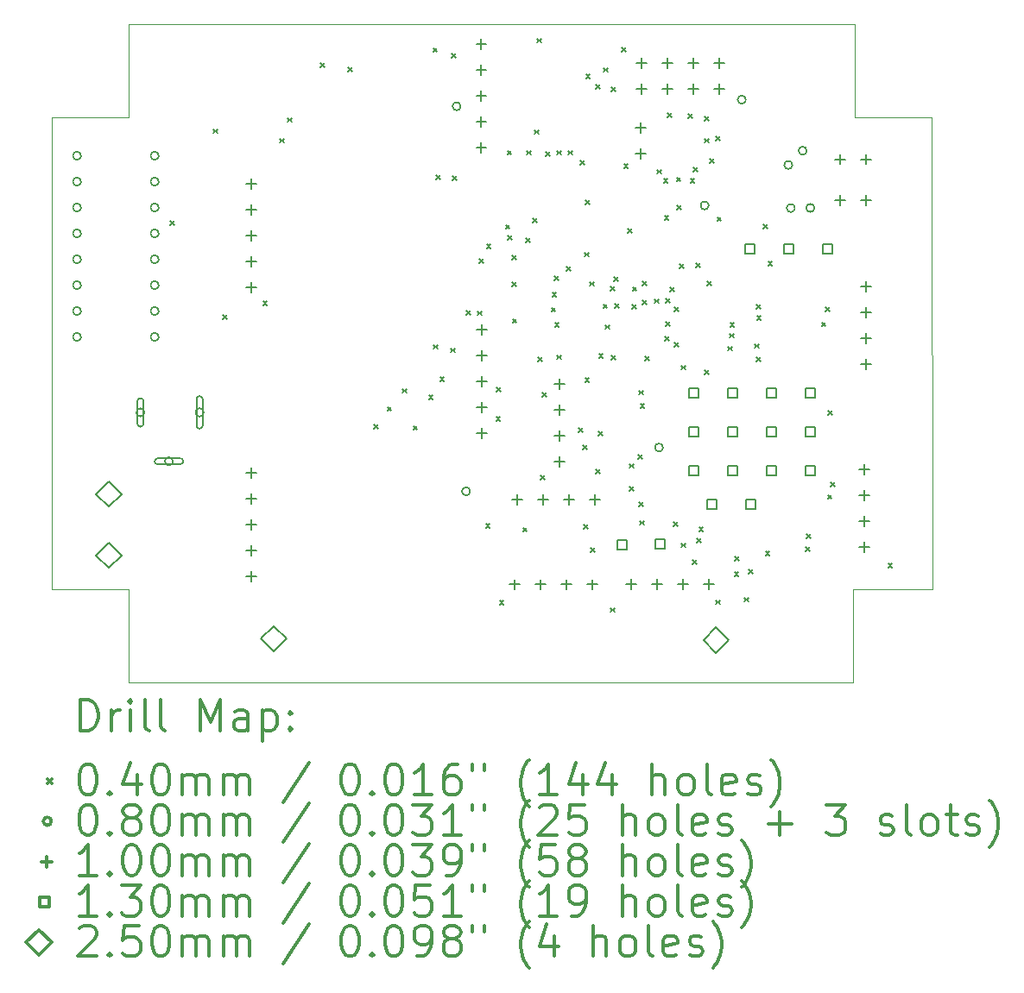
<source format=gbr>
%FSLAX45Y45*%
G04 Gerber Fmt 4.5, Leading zero omitted, Abs format (unit mm)*
G04 Created by KiCad (PCBNEW (5.1.6-0-10_14)) date 2022-07-24 21:16:39*
%MOMM*%
%LPD*%
G01*
G04 APERTURE LIST*
%TA.AperFunction,Profile*%
%ADD10C,0.100000*%
%TD*%
%ADD11C,0.200000*%
%ADD12C,0.300000*%
G04 APERTURE END LIST*
D10*
X12938570Y-13554000D02*
X12940000Y-12640000D01*
X12185000Y-12639922D02*
X12940000Y-12640000D01*
X20038310Y-12639000D02*
X20038310Y-13554000D01*
X20038310Y-12639000D02*
X20816300Y-12639000D01*
X12936540Y-8008620D02*
X12940000Y-7094000D01*
X20055520Y-7093780D02*
X20060000Y-8010000D01*
X20060000Y-8010000D02*
X20813510Y-8008078D01*
X12185000Y-8009000D02*
X12936540Y-8008620D01*
X12185000Y-12639922D02*
X12185000Y-8009000D01*
X20038310Y-13554000D02*
X12938570Y-13554000D01*
X12940000Y-7094000D02*
X20055520Y-7093780D01*
X20813510Y-8008078D02*
X20816300Y-12639000D01*
D11*
X13342150Y-9021450D02*
X13382150Y-9061450D01*
X13382150Y-9021450D02*
X13342150Y-9061450D01*
X13770100Y-8122500D02*
X13810100Y-8162500D01*
X13810100Y-8122500D02*
X13770100Y-8162500D01*
X13861000Y-9944000D02*
X13901000Y-9984000D01*
X13901000Y-9944000D02*
X13861000Y-9984000D01*
X14256000Y-9809000D02*
X14296000Y-9849000D01*
X14296000Y-9809000D02*
X14256000Y-9849000D01*
X14421000Y-8214000D02*
X14461000Y-8254000D01*
X14461000Y-8214000D02*
X14421000Y-8254000D01*
X14493500Y-8011100D02*
X14533500Y-8051100D01*
X14533500Y-8011100D02*
X14493500Y-8051100D01*
X14819600Y-7475900D02*
X14859600Y-7515900D01*
X14859600Y-7475900D02*
X14819600Y-7515900D01*
X15090800Y-7519500D02*
X15130800Y-7559500D01*
X15130800Y-7519500D02*
X15090800Y-7559500D01*
X15342400Y-11024400D02*
X15382400Y-11064400D01*
X15382400Y-11024400D02*
X15342400Y-11064400D01*
X15473200Y-10849200D02*
X15513200Y-10889200D01*
X15513200Y-10849200D02*
X15473200Y-10889200D01*
X15624100Y-10669500D02*
X15664100Y-10709500D01*
X15664100Y-10669500D02*
X15624100Y-10709500D01*
X15727800Y-11033700D02*
X15767800Y-11073700D01*
X15767800Y-11033700D02*
X15727800Y-11073700D01*
X15881000Y-10732400D02*
X15921000Y-10772400D01*
X15921000Y-10732400D02*
X15881000Y-10772400D01*
X15922350Y-7325350D02*
X15962350Y-7365350D01*
X15962350Y-7325350D02*
X15922350Y-7365350D01*
X15927000Y-10239400D02*
X15967000Y-10279400D01*
X15967000Y-10239400D02*
X15927000Y-10279400D01*
X15950400Y-8576400D02*
X15990400Y-8616400D01*
X15990400Y-8576400D02*
X15950400Y-8616400D01*
X15991000Y-10554000D02*
X16031000Y-10594000D01*
X16031000Y-10554000D02*
X15991000Y-10594000D01*
X16099200Y-10272800D02*
X16139200Y-10312800D01*
X16139200Y-10272800D02*
X16099200Y-10312800D01*
X16102412Y-7382588D02*
X16142412Y-7422588D01*
X16142412Y-7382588D02*
X16102412Y-7422588D01*
X16115400Y-8582500D02*
X16155400Y-8622500D01*
X16155400Y-8582500D02*
X16115400Y-8622500D01*
X16251000Y-9904000D02*
X16291000Y-9944000D01*
X16291000Y-9904000D02*
X16251000Y-9944000D01*
X16356000Y-9909000D02*
X16396000Y-9949000D01*
X16396000Y-9909000D02*
X16356000Y-9949000D01*
X16376300Y-9397000D02*
X16416300Y-9437000D01*
X16416300Y-9397000D02*
X16376300Y-9437000D01*
X16440400Y-11996400D02*
X16480400Y-12036400D01*
X16480400Y-11996400D02*
X16440400Y-12036400D01*
X16448800Y-9253300D02*
X16488800Y-9293300D01*
X16488800Y-9253300D02*
X16448800Y-9293300D01*
X16541000Y-10944000D02*
X16581000Y-10984000D01*
X16581000Y-10944000D02*
X16541000Y-10984000D01*
X16546000Y-10659000D02*
X16586000Y-10699000D01*
X16586000Y-10659000D02*
X16546000Y-10699000D01*
X16574000Y-12747900D02*
X16614000Y-12787900D01*
X16614000Y-12747900D02*
X16574000Y-12787900D01*
X16633900Y-9060800D02*
X16673900Y-9100800D01*
X16673900Y-9060800D02*
X16633900Y-9100800D01*
X16651000Y-8334000D02*
X16691000Y-8374000D01*
X16691000Y-8334000D02*
X16651000Y-8374000D01*
X16652400Y-9166300D02*
X16692400Y-9206300D01*
X16692400Y-9166300D02*
X16652400Y-9206300D01*
X16694700Y-9623130D02*
X16734700Y-9663130D01*
X16734700Y-9623130D02*
X16694700Y-9663130D01*
X16697500Y-9361500D02*
X16737500Y-9401500D01*
X16737500Y-9361500D02*
X16697500Y-9401500D01*
X16701050Y-9983810D02*
X16741050Y-10023810D01*
X16741050Y-9983810D02*
X16701050Y-10023810D01*
X16803600Y-12033900D02*
X16843600Y-12073900D01*
X16843600Y-12033900D02*
X16803600Y-12073900D01*
X16835400Y-9195900D02*
X16875400Y-9235900D01*
X16875400Y-9195900D02*
X16835400Y-9235900D01*
X16842250Y-8332750D02*
X16882250Y-8372750D01*
X16882250Y-8332750D02*
X16842250Y-8372750D01*
X16901164Y-8999436D02*
X16941164Y-9039436D01*
X16941164Y-8999436D02*
X16901164Y-9039436D01*
X16918000Y-8129400D02*
X16958000Y-8169400D01*
X16958000Y-8129400D02*
X16918000Y-8169400D01*
X16941000Y-7234000D02*
X16981000Y-7274000D01*
X16981000Y-7234000D02*
X16941000Y-7274000D01*
X16952510Y-10362270D02*
X16992510Y-10402270D01*
X16992510Y-10362270D02*
X16952510Y-10402270D01*
X16976600Y-11518900D02*
X17016600Y-11558900D01*
X17016600Y-11518900D02*
X16976600Y-11558900D01*
X16992200Y-10710200D02*
X17032200Y-10750200D01*
X17032200Y-10710200D02*
X16992200Y-10750200D01*
X17029200Y-8343600D02*
X17069200Y-8383600D01*
X17069200Y-8343600D02*
X17029200Y-8383600D01*
X17084000Y-9875000D02*
X17124000Y-9915000D01*
X17124000Y-9875000D02*
X17084000Y-9915000D01*
X17092000Y-9727000D02*
X17132000Y-9767000D01*
X17132000Y-9727000D02*
X17092000Y-9767000D01*
X17110244Y-9563186D02*
X17150244Y-9603186D01*
X17150244Y-9563186D02*
X17110244Y-9603186D01*
X17116340Y-10020640D02*
X17156340Y-10060640D01*
X17156340Y-10020640D02*
X17116340Y-10060640D01*
X17134900Y-8332800D02*
X17174900Y-8372800D01*
X17174900Y-8332800D02*
X17134900Y-8372800D01*
X17136660Y-10339410D02*
X17176660Y-10379410D01*
X17176660Y-10339410D02*
X17136660Y-10379410D01*
X17233500Y-9470500D02*
X17273500Y-9510500D01*
X17273500Y-9470500D02*
X17233500Y-9510500D01*
X17251000Y-8334000D02*
X17291000Y-8374000D01*
X17291000Y-8334000D02*
X17251000Y-8374000D01*
X17347000Y-11057000D02*
X17387000Y-11097000D01*
X17387000Y-11057000D02*
X17347000Y-11097000D01*
X17369500Y-8433200D02*
X17409500Y-8473200D01*
X17409500Y-8433200D02*
X17369500Y-8473200D01*
X17393100Y-11222200D02*
X17433100Y-11262200D01*
X17433100Y-11222200D02*
X17393100Y-11262200D01*
X17402000Y-12000800D02*
X17442000Y-12040800D01*
X17442000Y-12000800D02*
X17402000Y-12040800D01*
X17407000Y-9333000D02*
X17447000Y-9373000D01*
X17447000Y-9333000D02*
X17407000Y-9373000D01*
X17412000Y-10563000D02*
X17452000Y-10603000D01*
X17452000Y-10563000D02*
X17412000Y-10603000D01*
X17418400Y-8823300D02*
X17458400Y-8863300D01*
X17458400Y-8823300D02*
X17418400Y-8863300D01*
X17421000Y-7584000D02*
X17461000Y-7624000D01*
X17461000Y-7584000D02*
X17421000Y-7624000D01*
X17461600Y-9619500D02*
X17501600Y-9659500D01*
X17501600Y-9619500D02*
X17461600Y-9659500D01*
X17465600Y-12230700D02*
X17505600Y-12270700D01*
X17505600Y-12230700D02*
X17465600Y-12270700D01*
X17516700Y-11461400D02*
X17556700Y-11501400D01*
X17556700Y-11461400D02*
X17516700Y-11501400D01*
X17521000Y-7684000D02*
X17561000Y-7724000D01*
X17561000Y-7684000D02*
X17521000Y-7724000D01*
X17544450Y-11087050D02*
X17584450Y-11127050D01*
X17584450Y-11087050D02*
X17544450Y-11127050D01*
X17549000Y-10328000D02*
X17589000Y-10368000D01*
X17589000Y-10328000D02*
X17549000Y-10368000D01*
X17590400Y-9840300D02*
X17630400Y-9880300D01*
X17630400Y-9840300D02*
X17590400Y-9880300D01*
X17593400Y-7521000D02*
X17633400Y-7561000D01*
X17633400Y-7521000D02*
X17593400Y-7561000D01*
X17610900Y-10043600D02*
X17650900Y-10083600D01*
X17650900Y-10043600D02*
X17610900Y-10083600D01*
X17661800Y-12820400D02*
X17701800Y-12860400D01*
X17701800Y-12820400D02*
X17661800Y-12860400D01*
X17663300Y-9667500D02*
X17703300Y-9707500D01*
X17703300Y-9667500D02*
X17663300Y-9707500D01*
X17668790Y-10343220D02*
X17708790Y-10383220D01*
X17708790Y-10343220D02*
X17668790Y-10383220D01*
X17672200Y-7712300D02*
X17712200Y-7752300D01*
X17712200Y-7712300D02*
X17672200Y-7752300D01*
X17697200Y-9571900D02*
X17737200Y-9611900D01*
X17737200Y-9571900D02*
X17697200Y-9611900D01*
X17702900Y-9834500D02*
X17742900Y-9874500D01*
X17742900Y-9834500D02*
X17702900Y-9874500D01*
X17774200Y-7322300D02*
X17814200Y-7362300D01*
X17814200Y-7322300D02*
X17774200Y-7362300D01*
X17793600Y-8461800D02*
X17833600Y-8501800D01*
X17833600Y-8461800D02*
X17793600Y-8501800D01*
X17834400Y-9097900D02*
X17874400Y-9137900D01*
X17874400Y-9097900D02*
X17834400Y-9137900D01*
X17846800Y-11632600D02*
X17886800Y-11672600D01*
X17886800Y-11632600D02*
X17846800Y-11672600D01*
X17847000Y-11406400D02*
X17887000Y-11446400D01*
X17887000Y-11406400D02*
X17847000Y-11446400D01*
X17872500Y-9842500D02*
X17912500Y-9882500D01*
X17912500Y-9842500D02*
X17872500Y-9882500D01*
X17879610Y-9670120D02*
X17919610Y-9710120D01*
X17919610Y-9670120D02*
X17879610Y-9710120D01*
X17932100Y-11318800D02*
X17972100Y-11358800D01*
X17972100Y-11318800D02*
X17932100Y-11358800D01*
X17940000Y-11785100D02*
X17980000Y-11825100D01*
X17980000Y-11785100D02*
X17940000Y-11825100D01*
X17944380Y-10687390D02*
X17984380Y-10727390D01*
X17984380Y-10687390D02*
X17944380Y-10727390D01*
X17952300Y-11965700D02*
X17992300Y-12005700D01*
X17992300Y-11965700D02*
X17952300Y-12005700D01*
X17955600Y-10817100D02*
X17995600Y-10857100D01*
X17995600Y-10817100D02*
X17955600Y-10857100D01*
X17973500Y-9618800D02*
X18013500Y-9658800D01*
X18013500Y-9618800D02*
X17973500Y-9658800D01*
X17977400Y-9800310D02*
X18017400Y-9840310D01*
X18017400Y-9800310D02*
X17977400Y-9840310D01*
X18001600Y-10353900D02*
X18041600Y-10393900D01*
X18041600Y-10353900D02*
X18001600Y-10393900D01*
X18094240Y-9790770D02*
X18134240Y-9830770D01*
X18134240Y-9790770D02*
X18094240Y-9830770D01*
X18121700Y-8519400D02*
X18161700Y-8559400D01*
X18161700Y-8519400D02*
X18121700Y-8559400D01*
X18184200Y-8610800D02*
X18224200Y-8650800D01*
X18224200Y-8610800D02*
X18184200Y-8650800D01*
X18192116Y-8970264D02*
X18232116Y-9010264D01*
X18232116Y-8970264D02*
X18192116Y-9010264D01*
X18197400Y-10155700D02*
X18237400Y-10195700D01*
X18237400Y-10155700D02*
X18197400Y-10195700D01*
X18202520Y-10014020D02*
X18242520Y-10054020D01*
X18242520Y-10014020D02*
X18202520Y-10054020D01*
X18204730Y-9785690D02*
X18244730Y-9825690D01*
X18244730Y-9785690D02*
X18204730Y-9825690D01*
X18219200Y-7968000D02*
X18259200Y-8008000D01*
X18259200Y-7968000D02*
X18219200Y-8008000D01*
X18249000Y-9675000D02*
X18289000Y-9715000D01*
X18289000Y-9675000D02*
X18249000Y-9715000D01*
X18278900Y-11975900D02*
X18318900Y-12015900D01*
X18318900Y-11975900D02*
X18278900Y-12015900D01*
X18286600Y-10219600D02*
X18326600Y-10259600D01*
X18326600Y-10219600D02*
X18286600Y-10259600D01*
X18291650Y-9872550D02*
X18331650Y-9912550D01*
X18331650Y-9872550D02*
X18291650Y-9912550D01*
X18311410Y-8596970D02*
X18351410Y-8636970D01*
X18351410Y-8596970D02*
X18311410Y-8636970D01*
X18316500Y-8871400D02*
X18356500Y-8911400D01*
X18356500Y-8871400D02*
X18316500Y-8911400D01*
X18338080Y-9447870D02*
X18378080Y-9487870D01*
X18378080Y-9447870D02*
X18338080Y-9487870D01*
X18356300Y-12186000D02*
X18396300Y-12226000D01*
X18396300Y-12186000D02*
X18356300Y-12226000D01*
X18357300Y-10442000D02*
X18397300Y-10482000D01*
X18397300Y-10442000D02*
X18357300Y-10482000D01*
X18427700Y-7972700D02*
X18467700Y-8012700D01*
X18467700Y-7972700D02*
X18427700Y-8012700D01*
X18446400Y-8608100D02*
X18486400Y-8648100D01*
X18486400Y-8608100D02*
X18446400Y-8648100D01*
X18464300Y-12353600D02*
X18504300Y-12393600D01*
X18504300Y-12353600D02*
X18464300Y-12393600D01*
X18473400Y-8497800D02*
X18513400Y-8537800D01*
X18513400Y-8497800D02*
X18473400Y-8537800D01*
X18500000Y-9440000D02*
X18540000Y-9480000D01*
X18540000Y-9440000D02*
X18500000Y-9480000D01*
X18506990Y-12137730D02*
X18546990Y-12177730D01*
X18546990Y-12137730D02*
X18506990Y-12177730D01*
X18531120Y-12031050D02*
X18571120Y-12071050D01*
X18571120Y-12031050D02*
X18531120Y-12071050D01*
X18585600Y-10489900D02*
X18625600Y-10529900D01*
X18625600Y-10489900D02*
X18585600Y-10529900D01*
X18586900Y-7997600D02*
X18626900Y-8037600D01*
X18626900Y-7997600D02*
X18586900Y-8037600D01*
X18586900Y-8214500D02*
X18626900Y-8254500D01*
X18626900Y-8214500D02*
X18586900Y-8254500D01*
X18612050Y-9615050D02*
X18652050Y-9655050D01*
X18652050Y-9615050D02*
X18612050Y-9655050D01*
X18636820Y-8414380D02*
X18676820Y-8454380D01*
X18676820Y-8414380D02*
X18636820Y-8454380D01*
X18695400Y-12744500D02*
X18735400Y-12784500D01*
X18735400Y-12744500D02*
X18695400Y-12784500D01*
X18696100Y-8193900D02*
X18736100Y-8233900D01*
X18736100Y-8193900D02*
X18696100Y-8233900D01*
X18708920Y-8986606D02*
X18748920Y-9026606D01*
X18748920Y-8986606D02*
X18708920Y-9026606D01*
X18812150Y-10255950D02*
X18852150Y-10295950D01*
X18852150Y-10255950D02*
X18812150Y-10295950D01*
X18829400Y-10128900D02*
X18869400Y-10168900D01*
X18869400Y-10128900D02*
X18829400Y-10168900D01*
X18836350Y-10022750D02*
X18876350Y-10062750D01*
X18876350Y-10022750D02*
X18836350Y-10062750D01*
X18877900Y-12468800D02*
X18917900Y-12508800D01*
X18917900Y-12468800D02*
X18877900Y-12508800D01*
X18883500Y-12314900D02*
X18923500Y-12354900D01*
X18923500Y-12314900D02*
X18883500Y-12354900D01*
X18972700Y-12719000D02*
X19012700Y-12759000D01*
X19012700Y-12719000D02*
X18972700Y-12759000D01*
X19018100Y-12442800D02*
X19058100Y-12482800D01*
X19058100Y-12442800D02*
X19018100Y-12482800D01*
X19076900Y-10229700D02*
X19116900Y-10269700D01*
X19116900Y-10229700D02*
X19076900Y-10269700D01*
X19091647Y-9844147D02*
X19131647Y-9884147D01*
X19131647Y-9844147D02*
X19091647Y-9884147D01*
X19093800Y-10358800D02*
X19133800Y-10398800D01*
X19133800Y-10358800D02*
X19093800Y-10398800D01*
X19097100Y-9951900D02*
X19137100Y-9991900D01*
X19137100Y-9951900D02*
X19097100Y-9991900D01*
X19163300Y-9057900D02*
X19203300Y-9097900D01*
X19203300Y-9057900D02*
X19163300Y-9097900D01*
X19183570Y-12265800D02*
X19223570Y-12305800D01*
X19223570Y-12265800D02*
X19183570Y-12305800D01*
X19209000Y-9423900D02*
X19249000Y-9463900D01*
X19249000Y-9423900D02*
X19209000Y-9463900D01*
X19579300Y-12225800D02*
X19619300Y-12265800D01*
X19619300Y-12225800D02*
X19579300Y-12265800D01*
X19582900Y-12099900D02*
X19622900Y-12139900D01*
X19622900Y-12099900D02*
X19582900Y-12139900D01*
X19732100Y-10018900D02*
X19772100Y-10058900D01*
X19772100Y-10018900D02*
X19732100Y-10058900D01*
X19768300Y-9868500D02*
X19808300Y-9908500D01*
X19808300Y-9868500D02*
X19768300Y-9908500D01*
X19792200Y-11712300D02*
X19832200Y-11752300D01*
X19832200Y-11712300D02*
X19792200Y-11752300D01*
X19795200Y-10884000D02*
X19835200Y-10924000D01*
X19835200Y-10884000D02*
X19795200Y-10924000D01*
X19823100Y-11587500D02*
X19863100Y-11627500D01*
X19863100Y-11587500D02*
X19823100Y-11627500D01*
X20385300Y-12383600D02*
X20425300Y-12423600D01*
X20425300Y-12383600D02*
X20385300Y-12423600D01*
X16193400Y-7897900D02*
G75*
G03*
X16193400Y-7897900I-40000J0D01*
G01*
X16284972Y-11676328D02*
G75*
G03*
X16284972Y-11676328I-40000J0D01*
G01*
X18178100Y-11247100D02*
G75*
G03*
X18178100Y-11247100I-40000J0D01*
G01*
X18625410Y-8870970D02*
G75*
G03*
X18625410Y-8870970I-40000J0D01*
G01*
X18990100Y-7833100D02*
G75*
G03*
X18990100Y-7833100I-40000J0D01*
G01*
X19445845Y-8473445D02*
G75*
G03*
X19445845Y-8473445I-40000J0D01*
G01*
X19470800Y-8896000D02*
G75*
G03*
X19470800Y-8896000I-40000J0D01*
G01*
X19586295Y-8332995D02*
G75*
G03*
X19586295Y-8332995I-40000J0D01*
G01*
X19661300Y-8896000D02*
G75*
G03*
X19661300Y-8896000I-40000J0D01*
G01*
X12471000Y-8384000D02*
G75*
G03*
X12471000Y-8384000I-40000J0D01*
G01*
X12471000Y-8638000D02*
G75*
G03*
X12471000Y-8638000I-40000J0D01*
G01*
X12471000Y-8892000D02*
G75*
G03*
X12471000Y-8892000I-40000J0D01*
G01*
X12471000Y-9146000D02*
G75*
G03*
X12471000Y-9146000I-40000J0D01*
G01*
X12471000Y-9400000D02*
G75*
G03*
X12471000Y-9400000I-40000J0D01*
G01*
X12471000Y-9654000D02*
G75*
G03*
X12471000Y-9654000I-40000J0D01*
G01*
X12471000Y-9908000D02*
G75*
G03*
X12471000Y-9908000I-40000J0D01*
G01*
X12471000Y-10162000D02*
G75*
G03*
X12471000Y-10162000I-40000J0D01*
G01*
X13233000Y-8384000D02*
G75*
G03*
X13233000Y-8384000I-40000J0D01*
G01*
X13233000Y-8638000D02*
G75*
G03*
X13233000Y-8638000I-40000J0D01*
G01*
X13233000Y-8892000D02*
G75*
G03*
X13233000Y-8892000I-40000J0D01*
G01*
X13233000Y-9146000D02*
G75*
G03*
X13233000Y-9146000I-40000J0D01*
G01*
X13233000Y-9400000D02*
G75*
G03*
X13233000Y-9400000I-40000J0D01*
G01*
X13233000Y-9654000D02*
G75*
G03*
X13233000Y-9654000I-40000J0D01*
G01*
X13233000Y-9908000D02*
G75*
G03*
X13233000Y-9908000I-40000J0D01*
G01*
X13233000Y-10162000D02*
G75*
G03*
X13233000Y-10162000I-40000J0D01*
G01*
X13092500Y-10902000D02*
G75*
G03*
X13092500Y-10902000I-40000J0D01*
G01*
X13022500Y-10792000D02*
X13022500Y-11012000D01*
X13082500Y-10792000D02*
X13082500Y-11012000D01*
X13022500Y-11012000D02*
G75*
G03*
X13082500Y-11012000I30000J0D01*
G01*
X13082500Y-10792000D02*
G75*
G03*
X13022500Y-10792000I-30000J0D01*
G01*
X13372500Y-11382000D02*
G75*
G03*
X13372500Y-11382000I-40000J0D01*
G01*
X13222500Y-11412000D02*
X13442500Y-11412000D01*
X13222500Y-11352000D02*
X13442500Y-11352000D01*
X13442500Y-11412000D02*
G75*
G03*
X13442500Y-11352000I0J30000D01*
G01*
X13222500Y-11352000D02*
G75*
G03*
X13222500Y-11412000I0J-30000D01*
G01*
X13672500Y-10902000D02*
G75*
G03*
X13672500Y-10902000I-40000J0D01*
G01*
X13602500Y-10772000D02*
X13602500Y-11032000D01*
X13662500Y-10772000D02*
X13662500Y-11032000D01*
X13602500Y-11032000D02*
G75*
G03*
X13662500Y-11032000I30000J0D01*
G01*
X13662500Y-10772000D02*
G75*
G03*
X13602500Y-10772000I-30000J0D01*
G01*
X17961078Y-8058970D02*
X17961078Y-8158970D01*
X17911078Y-8108970D02*
X18011078Y-8108970D01*
X17961078Y-8312970D02*
X17961078Y-8412970D01*
X17911078Y-8362970D02*
X18011078Y-8362970D01*
X20171000Y-9614000D02*
X20171000Y-9714000D01*
X20121000Y-9664000D02*
X20221000Y-9664000D01*
X20171000Y-9868000D02*
X20171000Y-9968000D01*
X20121000Y-9918000D02*
X20221000Y-9918000D01*
X20171000Y-10122000D02*
X20171000Y-10222000D01*
X20121000Y-10172000D02*
X20221000Y-10172000D01*
X20171000Y-10376000D02*
X20171000Y-10476000D01*
X20121000Y-10426000D02*
X20221000Y-10426000D01*
X17963800Y-7424300D02*
X17963800Y-7524300D01*
X17913800Y-7474300D02*
X18013800Y-7474300D01*
X17963800Y-7678300D02*
X17963800Y-7778300D01*
X17913800Y-7728300D02*
X18013800Y-7728300D01*
X18217800Y-7424300D02*
X18217800Y-7524300D01*
X18167800Y-7474300D02*
X18267800Y-7474300D01*
X18217800Y-7678300D02*
X18217800Y-7778300D01*
X18167800Y-7728300D02*
X18267800Y-7728300D01*
X18471800Y-7424300D02*
X18471800Y-7524300D01*
X18421800Y-7474300D02*
X18521800Y-7474300D01*
X18471800Y-7678300D02*
X18471800Y-7778300D01*
X18421800Y-7728300D02*
X18521800Y-7728300D01*
X18725800Y-7424300D02*
X18725800Y-7524300D01*
X18675800Y-7474300D02*
X18775800Y-7474300D01*
X18725800Y-7678300D02*
X18725800Y-7778300D01*
X18675800Y-7728300D02*
X18775800Y-7728300D01*
X19916000Y-8768900D02*
X19916000Y-8868900D01*
X19866000Y-8818900D02*
X19966000Y-8818900D01*
X20170000Y-8768900D02*
X20170000Y-8868900D01*
X20120000Y-8818900D02*
X20220000Y-8818900D01*
X16399972Y-10039100D02*
X16399972Y-10139100D01*
X16349972Y-10089100D02*
X16449972Y-10089100D01*
X16399972Y-10293100D02*
X16399972Y-10393100D01*
X16349972Y-10343100D02*
X16449972Y-10343100D01*
X16399972Y-10547100D02*
X16399972Y-10647100D01*
X16349972Y-10597100D02*
X16449972Y-10597100D01*
X16399972Y-10801100D02*
X16399972Y-10901100D01*
X16349972Y-10851100D02*
X16449972Y-10851100D01*
X16399972Y-11055100D02*
X16399972Y-11155100D01*
X16349972Y-11105100D02*
X16449972Y-11105100D01*
X14140141Y-8611654D02*
X14140141Y-8711654D01*
X14090141Y-8661654D02*
X14190141Y-8661654D01*
X14140141Y-8865654D02*
X14140141Y-8965654D01*
X14090141Y-8915654D02*
X14190141Y-8915654D01*
X14140141Y-9119654D02*
X14140141Y-9219654D01*
X14090141Y-9169654D02*
X14190141Y-9169654D01*
X14140141Y-9373654D02*
X14140141Y-9473654D01*
X14090141Y-9423654D02*
X14190141Y-9423654D01*
X14140141Y-9627654D02*
X14140141Y-9727654D01*
X14090141Y-9677654D02*
X14190141Y-9677654D01*
X20151000Y-11414000D02*
X20151000Y-11514000D01*
X20101000Y-11464000D02*
X20201000Y-11464000D01*
X20151000Y-11668000D02*
X20151000Y-11768000D01*
X20101000Y-11718000D02*
X20201000Y-11718000D01*
X20151000Y-11922000D02*
X20151000Y-12022000D01*
X20101000Y-11972000D02*
X20201000Y-11972000D01*
X20151000Y-12176000D02*
X20151000Y-12276000D01*
X20101000Y-12226000D02*
X20201000Y-12226000D01*
X16744100Y-11708400D02*
X16744100Y-11808400D01*
X16694100Y-11758400D02*
X16794100Y-11758400D01*
X16998100Y-11708400D02*
X16998100Y-11808400D01*
X16948100Y-11758400D02*
X17048100Y-11758400D01*
X17252100Y-11708400D02*
X17252100Y-11808400D01*
X17202100Y-11758400D02*
X17302100Y-11758400D01*
X17506100Y-11708400D02*
X17506100Y-11808400D01*
X17456100Y-11758400D02*
X17556100Y-11758400D01*
X17161928Y-10572770D02*
X17161928Y-10672770D01*
X17111928Y-10622770D02*
X17211928Y-10622770D01*
X17161928Y-10826770D02*
X17161928Y-10926770D01*
X17111928Y-10876770D02*
X17211928Y-10876770D01*
X17161928Y-11080770D02*
X17161928Y-11180770D01*
X17111928Y-11130770D02*
X17211928Y-11130770D01*
X17161928Y-11334770D02*
X17161928Y-11434770D01*
X17111928Y-11384770D02*
X17211928Y-11384770D01*
X16395309Y-7235088D02*
X16395309Y-7335088D01*
X16345309Y-7285088D02*
X16445309Y-7285088D01*
X16395309Y-7489088D02*
X16395309Y-7589088D01*
X16345309Y-7539088D02*
X16445309Y-7539088D01*
X16395309Y-7743088D02*
X16395309Y-7843088D01*
X16345309Y-7793088D02*
X16445309Y-7793088D01*
X16395309Y-7997088D02*
X16395309Y-8097088D01*
X16345309Y-8047088D02*
X16445309Y-8047088D01*
X16395309Y-8251088D02*
X16395309Y-8351088D01*
X16345309Y-8301088D02*
X16445309Y-8301088D01*
X16723600Y-12540900D02*
X16723600Y-12640900D01*
X16673600Y-12590900D02*
X16773600Y-12590900D01*
X16977600Y-12540900D02*
X16977600Y-12640900D01*
X16927600Y-12590900D02*
X17027600Y-12590900D01*
X17231600Y-12540900D02*
X17231600Y-12640900D01*
X17181600Y-12590900D02*
X17281600Y-12590900D01*
X17485600Y-12540900D02*
X17485600Y-12640900D01*
X17435600Y-12590900D02*
X17535600Y-12590900D01*
X14141000Y-11444000D02*
X14141000Y-11544000D01*
X14091000Y-11494000D02*
X14191000Y-11494000D01*
X14141000Y-11698000D02*
X14141000Y-11798000D01*
X14091000Y-11748000D02*
X14191000Y-11748000D01*
X14141000Y-11952000D02*
X14141000Y-12052000D01*
X14091000Y-12002000D02*
X14191000Y-12002000D01*
X14141000Y-12206000D02*
X14141000Y-12306000D01*
X14091000Y-12256000D02*
X14191000Y-12256000D01*
X14141000Y-12460000D02*
X14141000Y-12560000D01*
X14091000Y-12510000D02*
X14191000Y-12510000D01*
X17866000Y-12539100D02*
X17866000Y-12639100D01*
X17816000Y-12589100D02*
X17916000Y-12589100D01*
X18120000Y-12539100D02*
X18120000Y-12639100D01*
X18070000Y-12589100D02*
X18170000Y-12589100D01*
X18374000Y-12539100D02*
X18374000Y-12639100D01*
X18324000Y-12589100D02*
X18424000Y-12589100D01*
X18628000Y-12539100D02*
X18628000Y-12639100D01*
X18578000Y-12589100D02*
X18678000Y-12589100D01*
X19912800Y-8367600D02*
X19912800Y-8467600D01*
X19862800Y-8417600D02*
X19962800Y-8417600D01*
X20166800Y-8367600D02*
X20166800Y-8467600D01*
X20116800Y-8417600D02*
X20216800Y-8417600D01*
X18907863Y-11140210D02*
X18907863Y-11048285D01*
X18815938Y-11048285D01*
X18815938Y-11140210D01*
X18907863Y-11140210D01*
X18907863Y-10759210D02*
X18907863Y-10667285D01*
X18815938Y-10667285D01*
X18815938Y-10759210D01*
X18907863Y-10759210D01*
X18195062Y-12238662D02*
X18195062Y-12146738D01*
X18103138Y-12146738D01*
X18103138Y-12238662D01*
X18195062Y-12238662D01*
X19457328Y-9343486D02*
X19457328Y-9251561D01*
X19365403Y-9251561D01*
X19365403Y-9343486D01*
X19457328Y-9343486D01*
X19669863Y-11521210D02*
X19669863Y-11429285D01*
X19577938Y-11429285D01*
X19577938Y-11521210D01*
X19669863Y-11521210D01*
X19288863Y-11521210D02*
X19288863Y-11429286D01*
X19196938Y-11429286D01*
X19196938Y-11521210D01*
X19288863Y-11521210D01*
X19838328Y-9343486D02*
X19838328Y-9251561D01*
X19746403Y-9251561D01*
X19746403Y-9343486D01*
X19838328Y-9343486D01*
X18703762Y-11851902D02*
X18703762Y-11759978D01*
X18611838Y-11759978D01*
X18611838Y-11851902D01*
X18703762Y-11851902D01*
X19669863Y-11140210D02*
X19669863Y-11048285D01*
X19577938Y-11048285D01*
X19577938Y-11140210D01*
X19669863Y-11140210D01*
X19288863Y-10759210D02*
X19288863Y-10667285D01*
X19196938Y-10667285D01*
X19196938Y-10759210D01*
X19288863Y-10759210D01*
X18523563Y-11138810D02*
X18523563Y-11046885D01*
X18431638Y-11046885D01*
X18431638Y-11138810D01*
X18523563Y-11138810D01*
X18523563Y-10757810D02*
X18523563Y-10665885D01*
X18431638Y-10665885D01*
X18431638Y-10757810D01*
X18523563Y-10757810D01*
X19669863Y-10759210D02*
X19669863Y-10667285D01*
X19577938Y-10667285D01*
X19577938Y-10759210D01*
X19669863Y-10759210D01*
X19084762Y-11851902D02*
X19084762Y-11759978D01*
X18992838Y-11759978D01*
X18992838Y-11851902D01*
X19084762Y-11851902D01*
X19076328Y-9343486D02*
X19076328Y-9251561D01*
X18984403Y-9251561D01*
X18984403Y-9343486D01*
X19076328Y-9343486D01*
X18523563Y-11519810D02*
X18523563Y-11427885D01*
X18431638Y-11427885D01*
X18431638Y-11519810D01*
X18523563Y-11519810D01*
X19288863Y-11140210D02*
X19288863Y-11048286D01*
X19196938Y-11048286D01*
X19196938Y-11140210D01*
X19288863Y-11140210D01*
X18907863Y-11521210D02*
X18907863Y-11429285D01*
X18815938Y-11429285D01*
X18815938Y-11521210D01*
X18907863Y-11521210D01*
X17818762Y-12249962D02*
X17818762Y-12158038D01*
X17726838Y-12158038D01*
X17726838Y-12249962D01*
X17818762Y-12249962D01*
X14361000Y-13249000D02*
X14486000Y-13124000D01*
X14361000Y-12999000D01*
X14236000Y-13124000D01*
X14361000Y-13249000D01*
X12741000Y-11829000D02*
X12866000Y-11704000D01*
X12741000Y-11579000D01*
X12616000Y-11704000D01*
X12741000Y-11829000D01*
X18697400Y-13260800D02*
X18822400Y-13135800D01*
X18697400Y-13010800D01*
X18572400Y-13135800D01*
X18697400Y-13260800D01*
X12741000Y-12429000D02*
X12866000Y-12304000D01*
X12741000Y-12179000D01*
X12616000Y-12304000D01*
X12741000Y-12429000D01*
D12*
X12466428Y-14024714D02*
X12466428Y-13724714D01*
X12537857Y-13724714D01*
X12580714Y-13739000D01*
X12609286Y-13767571D01*
X12623571Y-13796143D01*
X12637857Y-13853286D01*
X12637857Y-13896143D01*
X12623571Y-13953286D01*
X12609286Y-13981857D01*
X12580714Y-14010429D01*
X12537857Y-14024714D01*
X12466428Y-14024714D01*
X12766428Y-14024714D02*
X12766428Y-13824714D01*
X12766428Y-13881857D02*
X12780714Y-13853286D01*
X12795000Y-13839000D01*
X12823571Y-13824714D01*
X12852143Y-13824714D01*
X12952143Y-14024714D02*
X12952143Y-13824714D01*
X12952143Y-13724714D02*
X12937857Y-13739000D01*
X12952143Y-13753286D01*
X12966428Y-13739000D01*
X12952143Y-13724714D01*
X12952143Y-13753286D01*
X13137857Y-14024714D02*
X13109286Y-14010429D01*
X13095000Y-13981857D01*
X13095000Y-13724714D01*
X13295000Y-14024714D02*
X13266428Y-14010429D01*
X13252143Y-13981857D01*
X13252143Y-13724714D01*
X13637857Y-14024714D02*
X13637857Y-13724714D01*
X13737857Y-13939000D01*
X13837857Y-13724714D01*
X13837857Y-14024714D01*
X14109286Y-14024714D02*
X14109286Y-13867571D01*
X14095000Y-13839000D01*
X14066428Y-13824714D01*
X14009286Y-13824714D01*
X13980714Y-13839000D01*
X14109286Y-14010429D02*
X14080714Y-14024714D01*
X14009286Y-14024714D01*
X13980714Y-14010429D01*
X13966428Y-13981857D01*
X13966428Y-13953286D01*
X13980714Y-13924714D01*
X14009286Y-13910429D01*
X14080714Y-13910429D01*
X14109286Y-13896143D01*
X14252143Y-13824714D02*
X14252143Y-14124714D01*
X14252143Y-13839000D02*
X14280714Y-13824714D01*
X14337857Y-13824714D01*
X14366428Y-13839000D01*
X14380714Y-13853286D01*
X14395000Y-13881857D01*
X14395000Y-13967571D01*
X14380714Y-13996143D01*
X14366428Y-14010429D01*
X14337857Y-14024714D01*
X14280714Y-14024714D01*
X14252143Y-14010429D01*
X14523571Y-13996143D02*
X14537857Y-14010429D01*
X14523571Y-14024714D01*
X14509286Y-14010429D01*
X14523571Y-13996143D01*
X14523571Y-14024714D01*
X14523571Y-13839000D02*
X14537857Y-13853286D01*
X14523571Y-13867571D01*
X14509286Y-13853286D01*
X14523571Y-13839000D01*
X14523571Y-13867571D01*
X12140000Y-14499000D02*
X12180000Y-14539000D01*
X12180000Y-14499000D02*
X12140000Y-14539000D01*
X12523571Y-14354714D02*
X12552143Y-14354714D01*
X12580714Y-14369000D01*
X12595000Y-14383286D01*
X12609286Y-14411857D01*
X12623571Y-14469000D01*
X12623571Y-14540429D01*
X12609286Y-14597571D01*
X12595000Y-14626143D01*
X12580714Y-14640429D01*
X12552143Y-14654714D01*
X12523571Y-14654714D01*
X12495000Y-14640429D01*
X12480714Y-14626143D01*
X12466428Y-14597571D01*
X12452143Y-14540429D01*
X12452143Y-14469000D01*
X12466428Y-14411857D01*
X12480714Y-14383286D01*
X12495000Y-14369000D01*
X12523571Y-14354714D01*
X12752143Y-14626143D02*
X12766428Y-14640429D01*
X12752143Y-14654714D01*
X12737857Y-14640429D01*
X12752143Y-14626143D01*
X12752143Y-14654714D01*
X13023571Y-14454714D02*
X13023571Y-14654714D01*
X12952143Y-14340429D02*
X12880714Y-14554714D01*
X13066428Y-14554714D01*
X13237857Y-14354714D02*
X13266428Y-14354714D01*
X13295000Y-14369000D01*
X13309286Y-14383286D01*
X13323571Y-14411857D01*
X13337857Y-14469000D01*
X13337857Y-14540429D01*
X13323571Y-14597571D01*
X13309286Y-14626143D01*
X13295000Y-14640429D01*
X13266428Y-14654714D01*
X13237857Y-14654714D01*
X13209286Y-14640429D01*
X13195000Y-14626143D01*
X13180714Y-14597571D01*
X13166428Y-14540429D01*
X13166428Y-14469000D01*
X13180714Y-14411857D01*
X13195000Y-14383286D01*
X13209286Y-14369000D01*
X13237857Y-14354714D01*
X13466428Y-14654714D02*
X13466428Y-14454714D01*
X13466428Y-14483286D02*
X13480714Y-14469000D01*
X13509286Y-14454714D01*
X13552143Y-14454714D01*
X13580714Y-14469000D01*
X13595000Y-14497571D01*
X13595000Y-14654714D01*
X13595000Y-14497571D02*
X13609286Y-14469000D01*
X13637857Y-14454714D01*
X13680714Y-14454714D01*
X13709286Y-14469000D01*
X13723571Y-14497571D01*
X13723571Y-14654714D01*
X13866428Y-14654714D02*
X13866428Y-14454714D01*
X13866428Y-14483286D02*
X13880714Y-14469000D01*
X13909286Y-14454714D01*
X13952143Y-14454714D01*
X13980714Y-14469000D01*
X13995000Y-14497571D01*
X13995000Y-14654714D01*
X13995000Y-14497571D02*
X14009286Y-14469000D01*
X14037857Y-14454714D01*
X14080714Y-14454714D01*
X14109286Y-14469000D01*
X14123571Y-14497571D01*
X14123571Y-14654714D01*
X14709286Y-14340429D02*
X14452143Y-14726143D01*
X15095000Y-14354714D02*
X15123571Y-14354714D01*
X15152143Y-14369000D01*
X15166428Y-14383286D01*
X15180714Y-14411857D01*
X15195000Y-14469000D01*
X15195000Y-14540429D01*
X15180714Y-14597571D01*
X15166428Y-14626143D01*
X15152143Y-14640429D01*
X15123571Y-14654714D01*
X15095000Y-14654714D01*
X15066428Y-14640429D01*
X15052143Y-14626143D01*
X15037857Y-14597571D01*
X15023571Y-14540429D01*
X15023571Y-14469000D01*
X15037857Y-14411857D01*
X15052143Y-14383286D01*
X15066428Y-14369000D01*
X15095000Y-14354714D01*
X15323571Y-14626143D02*
X15337857Y-14640429D01*
X15323571Y-14654714D01*
X15309286Y-14640429D01*
X15323571Y-14626143D01*
X15323571Y-14654714D01*
X15523571Y-14354714D02*
X15552143Y-14354714D01*
X15580714Y-14369000D01*
X15595000Y-14383286D01*
X15609286Y-14411857D01*
X15623571Y-14469000D01*
X15623571Y-14540429D01*
X15609286Y-14597571D01*
X15595000Y-14626143D01*
X15580714Y-14640429D01*
X15552143Y-14654714D01*
X15523571Y-14654714D01*
X15495000Y-14640429D01*
X15480714Y-14626143D01*
X15466428Y-14597571D01*
X15452143Y-14540429D01*
X15452143Y-14469000D01*
X15466428Y-14411857D01*
X15480714Y-14383286D01*
X15495000Y-14369000D01*
X15523571Y-14354714D01*
X15909286Y-14654714D02*
X15737857Y-14654714D01*
X15823571Y-14654714D02*
X15823571Y-14354714D01*
X15795000Y-14397571D01*
X15766428Y-14426143D01*
X15737857Y-14440429D01*
X16166428Y-14354714D02*
X16109286Y-14354714D01*
X16080714Y-14369000D01*
X16066428Y-14383286D01*
X16037857Y-14426143D01*
X16023571Y-14483286D01*
X16023571Y-14597571D01*
X16037857Y-14626143D01*
X16052143Y-14640429D01*
X16080714Y-14654714D01*
X16137857Y-14654714D01*
X16166428Y-14640429D01*
X16180714Y-14626143D01*
X16195000Y-14597571D01*
X16195000Y-14526143D01*
X16180714Y-14497571D01*
X16166428Y-14483286D01*
X16137857Y-14469000D01*
X16080714Y-14469000D01*
X16052143Y-14483286D01*
X16037857Y-14497571D01*
X16023571Y-14526143D01*
X16309286Y-14354714D02*
X16309286Y-14411857D01*
X16423571Y-14354714D02*
X16423571Y-14411857D01*
X16866428Y-14769000D02*
X16852143Y-14754714D01*
X16823571Y-14711857D01*
X16809286Y-14683286D01*
X16795000Y-14640429D01*
X16780714Y-14569000D01*
X16780714Y-14511857D01*
X16795000Y-14440429D01*
X16809286Y-14397571D01*
X16823571Y-14369000D01*
X16852143Y-14326143D01*
X16866428Y-14311857D01*
X17137857Y-14654714D02*
X16966428Y-14654714D01*
X17052143Y-14654714D02*
X17052143Y-14354714D01*
X17023571Y-14397571D01*
X16995000Y-14426143D01*
X16966428Y-14440429D01*
X17395000Y-14454714D02*
X17395000Y-14654714D01*
X17323571Y-14340429D02*
X17252143Y-14554714D01*
X17437857Y-14554714D01*
X17680714Y-14454714D02*
X17680714Y-14654714D01*
X17609286Y-14340429D02*
X17537857Y-14554714D01*
X17723571Y-14554714D01*
X18066428Y-14654714D02*
X18066428Y-14354714D01*
X18195000Y-14654714D02*
X18195000Y-14497571D01*
X18180714Y-14469000D01*
X18152143Y-14454714D01*
X18109286Y-14454714D01*
X18080714Y-14469000D01*
X18066428Y-14483286D01*
X18380714Y-14654714D02*
X18352143Y-14640429D01*
X18337857Y-14626143D01*
X18323571Y-14597571D01*
X18323571Y-14511857D01*
X18337857Y-14483286D01*
X18352143Y-14469000D01*
X18380714Y-14454714D01*
X18423571Y-14454714D01*
X18452143Y-14469000D01*
X18466428Y-14483286D01*
X18480714Y-14511857D01*
X18480714Y-14597571D01*
X18466428Y-14626143D01*
X18452143Y-14640429D01*
X18423571Y-14654714D01*
X18380714Y-14654714D01*
X18652143Y-14654714D02*
X18623571Y-14640429D01*
X18609286Y-14611857D01*
X18609286Y-14354714D01*
X18880714Y-14640429D02*
X18852143Y-14654714D01*
X18795000Y-14654714D01*
X18766428Y-14640429D01*
X18752143Y-14611857D01*
X18752143Y-14497571D01*
X18766428Y-14469000D01*
X18795000Y-14454714D01*
X18852143Y-14454714D01*
X18880714Y-14469000D01*
X18895000Y-14497571D01*
X18895000Y-14526143D01*
X18752143Y-14554714D01*
X19009286Y-14640429D02*
X19037857Y-14654714D01*
X19095000Y-14654714D01*
X19123571Y-14640429D01*
X19137857Y-14611857D01*
X19137857Y-14597571D01*
X19123571Y-14569000D01*
X19095000Y-14554714D01*
X19052143Y-14554714D01*
X19023571Y-14540429D01*
X19009286Y-14511857D01*
X19009286Y-14497571D01*
X19023571Y-14469000D01*
X19052143Y-14454714D01*
X19095000Y-14454714D01*
X19123571Y-14469000D01*
X19237857Y-14769000D02*
X19252143Y-14754714D01*
X19280714Y-14711857D01*
X19295000Y-14683286D01*
X19309286Y-14640429D01*
X19323571Y-14569000D01*
X19323571Y-14511857D01*
X19309286Y-14440429D01*
X19295000Y-14397571D01*
X19280714Y-14369000D01*
X19252143Y-14326143D01*
X19237857Y-14311857D01*
X12180000Y-14915000D02*
G75*
G03*
X12180000Y-14915000I-40000J0D01*
G01*
X12523571Y-14750714D02*
X12552143Y-14750714D01*
X12580714Y-14765000D01*
X12595000Y-14779286D01*
X12609286Y-14807857D01*
X12623571Y-14865000D01*
X12623571Y-14936429D01*
X12609286Y-14993571D01*
X12595000Y-15022143D01*
X12580714Y-15036429D01*
X12552143Y-15050714D01*
X12523571Y-15050714D01*
X12495000Y-15036429D01*
X12480714Y-15022143D01*
X12466428Y-14993571D01*
X12452143Y-14936429D01*
X12452143Y-14865000D01*
X12466428Y-14807857D01*
X12480714Y-14779286D01*
X12495000Y-14765000D01*
X12523571Y-14750714D01*
X12752143Y-15022143D02*
X12766428Y-15036429D01*
X12752143Y-15050714D01*
X12737857Y-15036429D01*
X12752143Y-15022143D01*
X12752143Y-15050714D01*
X12937857Y-14879286D02*
X12909286Y-14865000D01*
X12895000Y-14850714D01*
X12880714Y-14822143D01*
X12880714Y-14807857D01*
X12895000Y-14779286D01*
X12909286Y-14765000D01*
X12937857Y-14750714D01*
X12995000Y-14750714D01*
X13023571Y-14765000D01*
X13037857Y-14779286D01*
X13052143Y-14807857D01*
X13052143Y-14822143D01*
X13037857Y-14850714D01*
X13023571Y-14865000D01*
X12995000Y-14879286D01*
X12937857Y-14879286D01*
X12909286Y-14893571D01*
X12895000Y-14907857D01*
X12880714Y-14936429D01*
X12880714Y-14993571D01*
X12895000Y-15022143D01*
X12909286Y-15036429D01*
X12937857Y-15050714D01*
X12995000Y-15050714D01*
X13023571Y-15036429D01*
X13037857Y-15022143D01*
X13052143Y-14993571D01*
X13052143Y-14936429D01*
X13037857Y-14907857D01*
X13023571Y-14893571D01*
X12995000Y-14879286D01*
X13237857Y-14750714D02*
X13266428Y-14750714D01*
X13295000Y-14765000D01*
X13309286Y-14779286D01*
X13323571Y-14807857D01*
X13337857Y-14865000D01*
X13337857Y-14936429D01*
X13323571Y-14993571D01*
X13309286Y-15022143D01*
X13295000Y-15036429D01*
X13266428Y-15050714D01*
X13237857Y-15050714D01*
X13209286Y-15036429D01*
X13195000Y-15022143D01*
X13180714Y-14993571D01*
X13166428Y-14936429D01*
X13166428Y-14865000D01*
X13180714Y-14807857D01*
X13195000Y-14779286D01*
X13209286Y-14765000D01*
X13237857Y-14750714D01*
X13466428Y-15050714D02*
X13466428Y-14850714D01*
X13466428Y-14879286D02*
X13480714Y-14865000D01*
X13509286Y-14850714D01*
X13552143Y-14850714D01*
X13580714Y-14865000D01*
X13595000Y-14893571D01*
X13595000Y-15050714D01*
X13595000Y-14893571D02*
X13609286Y-14865000D01*
X13637857Y-14850714D01*
X13680714Y-14850714D01*
X13709286Y-14865000D01*
X13723571Y-14893571D01*
X13723571Y-15050714D01*
X13866428Y-15050714D02*
X13866428Y-14850714D01*
X13866428Y-14879286D02*
X13880714Y-14865000D01*
X13909286Y-14850714D01*
X13952143Y-14850714D01*
X13980714Y-14865000D01*
X13995000Y-14893571D01*
X13995000Y-15050714D01*
X13995000Y-14893571D02*
X14009286Y-14865000D01*
X14037857Y-14850714D01*
X14080714Y-14850714D01*
X14109286Y-14865000D01*
X14123571Y-14893571D01*
X14123571Y-15050714D01*
X14709286Y-14736429D02*
X14452143Y-15122143D01*
X15095000Y-14750714D02*
X15123571Y-14750714D01*
X15152143Y-14765000D01*
X15166428Y-14779286D01*
X15180714Y-14807857D01*
X15195000Y-14865000D01*
X15195000Y-14936429D01*
X15180714Y-14993571D01*
X15166428Y-15022143D01*
X15152143Y-15036429D01*
X15123571Y-15050714D01*
X15095000Y-15050714D01*
X15066428Y-15036429D01*
X15052143Y-15022143D01*
X15037857Y-14993571D01*
X15023571Y-14936429D01*
X15023571Y-14865000D01*
X15037857Y-14807857D01*
X15052143Y-14779286D01*
X15066428Y-14765000D01*
X15095000Y-14750714D01*
X15323571Y-15022143D02*
X15337857Y-15036429D01*
X15323571Y-15050714D01*
X15309286Y-15036429D01*
X15323571Y-15022143D01*
X15323571Y-15050714D01*
X15523571Y-14750714D02*
X15552143Y-14750714D01*
X15580714Y-14765000D01*
X15595000Y-14779286D01*
X15609286Y-14807857D01*
X15623571Y-14865000D01*
X15623571Y-14936429D01*
X15609286Y-14993571D01*
X15595000Y-15022143D01*
X15580714Y-15036429D01*
X15552143Y-15050714D01*
X15523571Y-15050714D01*
X15495000Y-15036429D01*
X15480714Y-15022143D01*
X15466428Y-14993571D01*
X15452143Y-14936429D01*
X15452143Y-14865000D01*
X15466428Y-14807857D01*
X15480714Y-14779286D01*
X15495000Y-14765000D01*
X15523571Y-14750714D01*
X15723571Y-14750714D02*
X15909286Y-14750714D01*
X15809286Y-14865000D01*
X15852143Y-14865000D01*
X15880714Y-14879286D01*
X15895000Y-14893571D01*
X15909286Y-14922143D01*
X15909286Y-14993571D01*
X15895000Y-15022143D01*
X15880714Y-15036429D01*
X15852143Y-15050714D01*
X15766428Y-15050714D01*
X15737857Y-15036429D01*
X15723571Y-15022143D01*
X16195000Y-15050714D02*
X16023571Y-15050714D01*
X16109286Y-15050714D02*
X16109286Y-14750714D01*
X16080714Y-14793571D01*
X16052143Y-14822143D01*
X16023571Y-14836429D01*
X16309286Y-14750714D02*
X16309286Y-14807857D01*
X16423571Y-14750714D02*
X16423571Y-14807857D01*
X16866428Y-15165000D02*
X16852143Y-15150714D01*
X16823571Y-15107857D01*
X16809286Y-15079286D01*
X16795000Y-15036429D01*
X16780714Y-14965000D01*
X16780714Y-14907857D01*
X16795000Y-14836429D01*
X16809286Y-14793571D01*
X16823571Y-14765000D01*
X16852143Y-14722143D01*
X16866428Y-14707857D01*
X16966428Y-14779286D02*
X16980714Y-14765000D01*
X17009286Y-14750714D01*
X17080714Y-14750714D01*
X17109286Y-14765000D01*
X17123571Y-14779286D01*
X17137857Y-14807857D01*
X17137857Y-14836429D01*
X17123571Y-14879286D01*
X16952143Y-15050714D01*
X17137857Y-15050714D01*
X17409286Y-14750714D02*
X17266428Y-14750714D01*
X17252143Y-14893571D01*
X17266428Y-14879286D01*
X17295000Y-14865000D01*
X17366428Y-14865000D01*
X17395000Y-14879286D01*
X17409286Y-14893571D01*
X17423571Y-14922143D01*
X17423571Y-14993571D01*
X17409286Y-15022143D01*
X17395000Y-15036429D01*
X17366428Y-15050714D01*
X17295000Y-15050714D01*
X17266428Y-15036429D01*
X17252143Y-15022143D01*
X17780714Y-15050714D02*
X17780714Y-14750714D01*
X17909286Y-15050714D02*
X17909286Y-14893571D01*
X17895000Y-14865000D01*
X17866428Y-14850714D01*
X17823571Y-14850714D01*
X17795000Y-14865000D01*
X17780714Y-14879286D01*
X18095000Y-15050714D02*
X18066428Y-15036429D01*
X18052143Y-15022143D01*
X18037857Y-14993571D01*
X18037857Y-14907857D01*
X18052143Y-14879286D01*
X18066428Y-14865000D01*
X18095000Y-14850714D01*
X18137857Y-14850714D01*
X18166428Y-14865000D01*
X18180714Y-14879286D01*
X18195000Y-14907857D01*
X18195000Y-14993571D01*
X18180714Y-15022143D01*
X18166428Y-15036429D01*
X18137857Y-15050714D01*
X18095000Y-15050714D01*
X18366428Y-15050714D02*
X18337857Y-15036429D01*
X18323571Y-15007857D01*
X18323571Y-14750714D01*
X18595000Y-15036429D02*
X18566428Y-15050714D01*
X18509286Y-15050714D01*
X18480714Y-15036429D01*
X18466428Y-15007857D01*
X18466428Y-14893571D01*
X18480714Y-14865000D01*
X18509286Y-14850714D01*
X18566428Y-14850714D01*
X18595000Y-14865000D01*
X18609286Y-14893571D01*
X18609286Y-14922143D01*
X18466428Y-14950714D01*
X18723571Y-15036429D02*
X18752143Y-15050714D01*
X18809286Y-15050714D01*
X18837857Y-15036429D01*
X18852143Y-15007857D01*
X18852143Y-14993571D01*
X18837857Y-14965000D01*
X18809286Y-14950714D01*
X18766428Y-14950714D01*
X18737857Y-14936429D01*
X18723571Y-14907857D01*
X18723571Y-14893571D01*
X18737857Y-14865000D01*
X18766428Y-14850714D01*
X18809286Y-14850714D01*
X18837857Y-14865000D01*
X19209286Y-14936429D02*
X19437857Y-14936429D01*
X19323571Y-15050714D02*
X19323571Y-14822143D01*
X19780714Y-14750714D02*
X19966428Y-14750714D01*
X19866428Y-14865000D01*
X19909286Y-14865000D01*
X19937857Y-14879286D01*
X19952143Y-14893571D01*
X19966428Y-14922143D01*
X19966428Y-14993571D01*
X19952143Y-15022143D01*
X19937857Y-15036429D01*
X19909286Y-15050714D01*
X19823571Y-15050714D01*
X19795000Y-15036429D01*
X19780714Y-15022143D01*
X20309286Y-15036429D02*
X20337857Y-15050714D01*
X20395000Y-15050714D01*
X20423571Y-15036429D01*
X20437857Y-15007857D01*
X20437857Y-14993571D01*
X20423571Y-14965000D01*
X20395000Y-14950714D01*
X20352143Y-14950714D01*
X20323571Y-14936429D01*
X20309286Y-14907857D01*
X20309286Y-14893571D01*
X20323571Y-14865000D01*
X20352143Y-14850714D01*
X20395000Y-14850714D01*
X20423571Y-14865000D01*
X20609286Y-15050714D02*
X20580714Y-15036429D01*
X20566428Y-15007857D01*
X20566428Y-14750714D01*
X20766428Y-15050714D02*
X20737857Y-15036429D01*
X20723571Y-15022143D01*
X20709286Y-14993571D01*
X20709286Y-14907857D01*
X20723571Y-14879286D01*
X20737857Y-14865000D01*
X20766428Y-14850714D01*
X20809286Y-14850714D01*
X20837857Y-14865000D01*
X20852143Y-14879286D01*
X20866428Y-14907857D01*
X20866428Y-14993571D01*
X20852143Y-15022143D01*
X20837857Y-15036429D01*
X20809286Y-15050714D01*
X20766428Y-15050714D01*
X20952143Y-14850714D02*
X21066428Y-14850714D01*
X20995000Y-14750714D02*
X20995000Y-15007857D01*
X21009286Y-15036429D01*
X21037857Y-15050714D01*
X21066428Y-15050714D01*
X21152143Y-15036429D02*
X21180714Y-15050714D01*
X21237857Y-15050714D01*
X21266428Y-15036429D01*
X21280714Y-15007857D01*
X21280714Y-14993571D01*
X21266428Y-14965000D01*
X21237857Y-14950714D01*
X21195000Y-14950714D01*
X21166428Y-14936429D01*
X21152143Y-14907857D01*
X21152143Y-14893571D01*
X21166428Y-14865000D01*
X21195000Y-14850714D01*
X21237857Y-14850714D01*
X21266428Y-14865000D01*
X21380714Y-15165000D02*
X21395000Y-15150714D01*
X21423571Y-15107857D01*
X21437857Y-15079286D01*
X21452143Y-15036429D01*
X21466428Y-14965000D01*
X21466428Y-14907857D01*
X21452143Y-14836429D01*
X21437857Y-14793571D01*
X21423571Y-14765000D01*
X21395000Y-14722143D01*
X21380714Y-14707857D01*
X12130000Y-15261000D02*
X12130000Y-15361000D01*
X12080000Y-15311000D02*
X12180000Y-15311000D01*
X12623571Y-15446714D02*
X12452143Y-15446714D01*
X12537857Y-15446714D02*
X12537857Y-15146714D01*
X12509286Y-15189571D01*
X12480714Y-15218143D01*
X12452143Y-15232429D01*
X12752143Y-15418143D02*
X12766428Y-15432429D01*
X12752143Y-15446714D01*
X12737857Y-15432429D01*
X12752143Y-15418143D01*
X12752143Y-15446714D01*
X12952143Y-15146714D02*
X12980714Y-15146714D01*
X13009286Y-15161000D01*
X13023571Y-15175286D01*
X13037857Y-15203857D01*
X13052143Y-15261000D01*
X13052143Y-15332429D01*
X13037857Y-15389571D01*
X13023571Y-15418143D01*
X13009286Y-15432429D01*
X12980714Y-15446714D01*
X12952143Y-15446714D01*
X12923571Y-15432429D01*
X12909286Y-15418143D01*
X12895000Y-15389571D01*
X12880714Y-15332429D01*
X12880714Y-15261000D01*
X12895000Y-15203857D01*
X12909286Y-15175286D01*
X12923571Y-15161000D01*
X12952143Y-15146714D01*
X13237857Y-15146714D02*
X13266428Y-15146714D01*
X13295000Y-15161000D01*
X13309286Y-15175286D01*
X13323571Y-15203857D01*
X13337857Y-15261000D01*
X13337857Y-15332429D01*
X13323571Y-15389571D01*
X13309286Y-15418143D01*
X13295000Y-15432429D01*
X13266428Y-15446714D01*
X13237857Y-15446714D01*
X13209286Y-15432429D01*
X13195000Y-15418143D01*
X13180714Y-15389571D01*
X13166428Y-15332429D01*
X13166428Y-15261000D01*
X13180714Y-15203857D01*
X13195000Y-15175286D01*
X13209286Y-15161000D01*
X13237857Y-15146714D01*
X13466428Y-15446714D02*
X13466428Y-15246714D01*
X13466428Y-15275286D02*
X13480714Y-15261000D01*
X13509286Y-15246714D01*
X13552143Y-15246714D01*
X13580714Y-15261000D01*
X13595000Y-15289571D01*
X13595000Y-15446714D01*
X13595000Y-15289571D02*
X13609286Y-15261000D01*
X13637857Y-15246714D01*
X13680714Y-15246714D01*
X13709286Y-15261000D01*
X13723571Y-15289571D01*
X13723571Y-15446714D01*
X13866428Y-15446714D02*
X13866428Y-15246714D01*
X13866428Y-15275286D02*
X13880714Y-15261000D01*
X13909286Y-15246714D01*
X13952143Y-15246714D01*
X13980714Y-15261000D01*
X13995000Y-15289571D01*
X13995000Y-15446714D01*
X13995000Y-15289571D02*
X14009286Y-15261000D01*
X14037857Y-15246714D01*
X14080714Y-15246714D01*
X14109286Y-15261000D01*
X14123571Y-15289571D01*
X14123571Y-15446714D01*
X14709286Y-15132429D02*
X14452143Y-15518143D01*
X15095000Y-15146714D02*
X15123571Y-15146714D01*
X15152143Y-15161000D01*
X15166428Y-15175286D01*
X15180714Y-15203857D01*
X15195000Y-15261000D01*
X15195000Y-15332429D01*
X15180714Y-15389571D01*
X15166428Y-15418143D01*
X15152143Y-15432429D01*
X15123571Y-15446714D01*
X15095000Y-15446714D01*
X15066428Y-15432429D01*
X15052143Y-15418143D01*
X15037857Y-15389571D01*
X15023571Y-15332429D01*
X15023571Y-15261000D01*
X15037857Y-15203857D01*
X15052143Y-15175286D01*
X15066428Y-15161000D01*
X15095000Y-15146714D01*
X15323571Y-15418143D02*
X15337857Y-15432429D01*
X15323571Y-15446714D01*
X15309286Y-15432429D01*
X15323571Y-15418143D01*
X15323571Y-15446714D01*
X15523571Y-15146714D02*
X15552143Y-15146714D01*
X15580714Y-15161000D01*
X15595000Y-15175286D01*
X15609286Y-15203857D01*
X15623571Y-15261000D01*
X15623571Y-15332429D01*
X15609286Y-15389571D01*
X15595000Y-15418143D01*
X15580714Y-15432429D01*
X15552143Y-15446714D01*
X15523571Y-15446714D01*
X15495000Y-15432429D01*
X15480714Y-15418143D01*
X15466428Y-15389571D01*
X15452143Y-15332429D01*
X15452143Y-15261000D01*
X15466428Y-15203857D01*
X15480714Y-15175286D01*
X15495000Y-15161000D01*
X15523571Y-15146714D01*
X15723571Y-15146714D02*
X15909286Y-15146714D01*
X15809286Y-15261000D01*
X15852143Y-15261000D01*
X15880714Y-15275286D01*
X15895000Y-15289571D01*
X15909286Y-15318143D01*
X15909286Y-15389571D01*
X15895000Y-15418143D01*
X15880714Y-15432429D01*
X15852143Y-15446714D01*
X15766428Y-15446714D01*
X15737857Y-15432429D01*
X15723571Y-15418143D01*
X16052143Y-15446714D02*
X16109286Y-15446714D01*
X16137857Y-15432429D01*
X16152143Y-15418143D01*
X16180714Y-15375286D01*
X16195000Y-15318143D01*
X16195000Y-15203857D01*
X16180714Y-15175286D01*
X16166428Y-15161000D01*
X16137857Y-15146714D01*
X16080714Y-15146714D01*
X16052143Y-15161000D01*
X16037857Y-15175286D01*
X16023571Y-15203857D01*
X16023571Y-15275286D01*
X16037857Y-15303857D01*
X16052143Y-15318143D01*
X16080714Y-15332429D01*
X16137857Y-15332429D01*
X16166428Y-15318143D01*
X16180714Y-15303857D01*
X16195000Y-15275286D01*
X16309286Y-15146714D02*
X16309286Y-15203857D01*
X16423571Y-15146714D02*
X16423571Y-15203857D01*
X16866428Y-15561000D02*
X16852143Y-15546714D01*
X16823571Y-15503857D01*
X16809286Y-15475286D01*
X16795000Y-15432429D01*
X16780714Y-15361000D01*
X16780714Y-15303857D01*
X16795000Y-15232429D01*
X16809286Y-15189571D01*
X16823571Y-15161000D01*
X16852143Y-15118143D01*
X16866428Y-15103857D01*
X17123571Y-15146714D02*
X16980714Y-15146714D01*
X16966428Y-15289571D01*
X16980714Y-15275286D01*
X17009286Y-15261000D01*
X17080714Y-15261000D01*
X17109286Y-15275286D01*
X17123571Y-15289571D01*
X17137857Y-15318143D01*
X17137857Y-15389571D01*
X17123571Y-15418143D01*
X17109286Y-15432429D01*
X17080714Y-15446714D01*
X17009286Y-15446714D01*
X16980714Y-15432429D01*
X16966428Y-15418143D01*
X17309286Y-15275286D02*
X17280714Y-15261000D01*
X17266428Y-15246714D01*
X17252143Y-15218143D01*
X17252143Y-15203857D01*
X17266428Y-15175286D01*
X17280714Y-15161000D01*
X17309286Y-15146714D01*
X17366428Y-15146714D01*
X17395000Y-15161000D01*
X17409286Y-15175286D01*
X17423571Y-15203857D01*
X17423571Y-15218143D01*
X17409286Y-15246714D01*
X17395000Y-15261000D01*
X17366428Y-15275286D01*
X17309286Y-15275286D01*
X17280714Y-15289571D01*
X17266428Y-15303857D01*
X17252143Y-15332429D01*
X17252143Y-15389571D01*
X17266428Y-15418143D01*
X17280714Y-15432429D01*
X17309286Y-15446714D01*
X17366428Y-15446714D01*
X17395000Y-15432429D01*
X17409286Y-15418143D01*
X17423571Y-15389571D01*
X17423571Y-15332429D01*
X17409286Y-15303857D01*
X17395000Y-15289571D01*
X17366428Y-15275286D01*
X17780714Y-15446714D02*
X17780714Y-15146714D01*
X17909286Y-15446714D02*
X17909286Y-15289571D01*
X17895000Y-15261000D01*
X17866428Y-15246714D01*
X17823571Y-15246714D01*
X17795000Y-15261000D01*
X17780714Y-15275286D01*
X18095000Y-15446714D02*
X18066428Y-15432429D01*
X18052143Y-15418143D01*
X18037857Y-15389571D01*
X18037857Y-15303857D01*
X18052143Y-15275286D01*
X18066428Y-15261000D01*
X18095000Y-15246714D01*
X18137857Y-15246714D01*
X18166428Y-15261000D01*
X18180714Y-15275286D01*
X18195000Y-15303857D01*
X18195000Y-15389571D01*
X18180714Y-15418143D01*
X18166428Y-15432429D01*
X18137857Y-15446714D01*
X18095000Y-15446714D01*
X18366428Y-15446714D02*
X18337857Y-15432429D01*
X18323571Y-15403857D01*
X18323571Y-15146714D01*
X18595000Y-15432429D02*
X18566428Y-15446714D01*
X18509286Y-15446714D01*
X18480714Y-15432429D01*
X18466428Y-15403857D01*
X18466428Y-15289571D01*
X18480714Y-15261000D01*
X18509286Y-15246714D01*
X18566428Y-15246714D01*
X18595000Y-15261000D01*
X18609286Y-15289571D01*
X18609286Y-15318143D01*
X18466428Y-15346714D01*
X18723571Y-15432429D02*
X18752143Y-15446714D01*
X18809286Y-15446714D01*
X18837857Y-15432429D01*
X18852143Y-15403857D01*
X18852143Y-15389571D01*
X18837857Y-15361000D01*
X18809286Y-15346714D01*
X18766428Y-15346714D01*
X18737857Y-15332429D01*
X18723571Y-15303857D01*
X18723571Y-15289571D01*
X18737857Y-15261000D01*
X18766428Y-15246714D01*
X18809286Y-15246714D01*
X18837857Y-15261000D01*
X18952143Y-15561000D02*
X18966428Y-15546714D01*
X18995000Y-15503857D01*
X19009286Y-15475286D01*
X19023571Y-15432429D01*
X19037857Y-15361000D01*
X19037857Y-15303857D01*
X19023571Y-15232429D01*
X19009286Y-15189571D01*
X18995000Y-15161000D01*
X18966428Y-15118143D01*
X18952143Y-15103857D01*
X12160962Y-15752962D02*
X12160962Y-15661038D01*
X12069037Y-15661038D01*
X12069037Y-15752962D01*
X12160962Y-15752962D01*
X12623571Y-15842714D02*
X12452143Y-15842714D01*
X12537857Y-15842714D02*
X12537857Y-15542714D01*
X12509286Y-15585571D01*
X12480714Y-15614143D01*
X12452143Y-15628429D01*
X12752143Y-15814143D02*
X12766428Y-15828429D01*
X12752143Y-15842714D01*
X12737857Y-15828429D01*
X12752143Y-15814143D01*
X12752143Y-15842714D01*
X12866428Y-15542714D02*
X13052143Y-15542714D01*
X12952143Y-15657000D01*
X12995000Y-15657000D01*
X13023571Y-15671286D01*
X13037857Y-15685571D01*
X13052143Y-15714143D01*
X13052143Y-15785571D01*
X13037857Y-15814143D01*
X13023571Y-15828429D01*
X12995000Y-15842714D01*
X12909286Y-15842714D01*
X12880714Y-15828429D01*
X12866428Y-15814143D01*
X13237857Y-15542714D02*
X13266428Y-15542714D01*
X13295000Y-15557000D01*
X13309286Y-15571286D01*
X13323571Y-15599857D01*
X13337857Y-15657000D01*
X13337857Y-15728429D01*
X13323571Y-15785571D01*
X13309286Y-15814143D01*
X13295000Y-15828429D01*
X13266428Y-15842714D01*
X13237857Y-15842714D01*
X13209286Y-15828429D01*
X13195000Y-15814143D01*
X13180714Y-15785571D01*
X13166428Y-15728429D01*
X13166428Y-15657000D01*
X13180714Y-15599857D01*
X13195000Y-15571286D01*
X13209286Y-15557000D01*
X13237857Y-15542714D01*
X13466428Y-15842714D02*
X13466428Y-15642714D01*
X13466428Y-15671286D02*
X13480714Y-15657000D01*
X13509286Y-15642714D01*
X13552143Y-15642714D01*
X13580714Y-15657000D01*
X13595000Y-15685571D01*
X13595000Y-15842714D01*
X13595000Y-15685571D02*
X13609286Y-15657000D01*
X13637857Y-15642714D01*
X13680714Y-15642714D01*
X13709286Y-15657000D01*
X13723571Y-15685571D01*
X13723571Y-15842714D01*
X13866428Y-15842714D02*
X13866428Y-15642714D01*
X13866428Y-15671286D02*
X13880714Y-15657000D01*
X13909286Y-15642714D01*
X13952143Y-15642714D01*
X13980714Y-15657000D01*
X13995000Y-15685571D01*
X13995000Y-15842714D01*
X13995000Y-15685571D02*
X14009286Y-15657000D01*
X14037857Y-15642714D01*
X14080714Y-15642714D01*
X14109286Y-15657000D01*
X14123571Y-15685571D01*
X14123571Y-15842714D01*
X14709286Y-15528429D02*
X14452143Y-15914143D01*
X15095000Y-15542714D02*
X15123571Y-15542714D01*
X15152143Y-15557000D01*
X15166428Y-15571286D01*
X15180714Y-15599857D01*
X15195000Y-15657000D01*
X15195000Y-15728429D01*
X15180714Y-15785571D01*
X15166428Y-15814143D01*
X15152143Y-15828429D01*
X15123571Y-15842714D01*
X15095000Y-15842714D01*
X15066428Y-15828429D01*
X15052143Y-15814143D01*
X15037857Y-15785571D01*
X15023571Y-15728429D01*
X15023571Y-15657000D01*
X15037857Y-15599857D01*
X15052143Y-15571286D01*
X15066428Y-15557000D01*
X15095000Y-15542714D01*
X15323571Y-15814143D02*
X15337857Y-15828429D01*
X15323571Y-15842714D01*
X15309286Y-15828429D01*
X15323571Y-15814143D01*
X15323571Y-15842714D01*
X15523571Y-15542714D02*
X15552143Y-15542714D01*
X15580714Y-15557000D01*
X15595000Y-15571286D01*
X15609286Y-15599857D01*
X15623571Y-15657000D01*
X15623571Y-15728429D01*
X15609286Y-15785571D01*
X15595000Y-15814143D01*
X15580714Y-15828429D01*
X15552143Y-15842714D01*
X15523571Y-15842714D01*
X15495000Y-15828429D01*
X15480714Y-15814143D01*
X15466428Y-15785571D01*
X15452143Y-15728429D01*
X15452143Y-15657000D01*
X15466428Y-15599857D01*
X15480714Y-15571286D01*
X15495000Y-15557000D01*
X15523571Y-15542714D01*
X15895000Y-15542714D02*
X15752143Y-15542714D01*
X15737857Y-15685571D01*
X15752143Y-15671286D01*
X15780714Y-15657000D01*
X15852143Y-15657000D01*
X15880714Y-15671286D01*
X15895000Y-15685571D01*
X15909286Y-15714143D01*
X15909286Y-15785571D01*
X15895000Y-15814143D01*
X15880714Y-15828429D01*
X15852143Y-15842714D01*
X15780714Y-15842714D01*
X15752143Y-15828429D01*
X15737857Y-15814143D01*
X16195000Y-15842714D02*
X16023571Y-15842714D01*
X16109286Y-15842714D02*
X16109286Y-15542714D01*
X16080714Y-15585571D01*
X16052143Y-15614143D01*
X16023571Y-15628429D01*
X16309286Y-15542714D02*
X16309286Y-15599857D01*
X16423571Y-15542714D02*
X16423571Y-15599857D01*
X16866428Y-15957000D02*
X16852143Y-15942714D01*
X16823571Y-15899857D01*
X16809286Y-15871286D01*
X16795000Y-15828429D01*
X16780714Y-15757000D01*
X16780714Y-15699857D01*
X16795000Y-15628429D01*
X16809286Y-15585571D01*
X16823571Y-15557000D01*
X16852143Y-15514143D01*
X16866428Y-15499857D01*
X17137857Y-15842714D02*
X16966428Y-15842714D01*
X17052143Y-15842714D02*
X17052143Y-15542714D01*
X17023571Y-15585571D01*
X16995000Y-15614143D01*
X16966428Y-15628429D01*
X17280714Y-15842714D02*
X17337857Y-15842714D01*
X17366428Y-15828429D01*
X17380714Y-15814143D01*
X17409286Y-15771286D01*
X17423571Y-15714143D01*
X17423571Y-15599857D01*
X17409286Y-15571286D01*
X17395000Y-15557000D01*
X17366428Y-15542714D01*
X17309286Y-15542714D01*
X17280714Y-15557000D01*
X17266428Y-15571286D01*
X17252143Y-15599857D01*
X17252143Y-15671286D01*
X17266428Y-15699857D01*
X17280714Y-15714143D01*
X17309286Y-15728429D01*
X17366428Y-15728429D01*
X17395000Y-15714143D01*
X17409286Y-15699857D01*
X17423571Y-15671286D01*
X17780714Y-15842714D02*
X17780714Y-15542714D01*
X17909286Y-15842714D02*
X17909286Y-15685571D01*
X17895000Y-15657000D01*
X17866428Y-15642714D01*
X17823571Y-15642714D01*
X17795000Y-15657000D01*
X17780714Y-15671286D01*
X18095000Y-15842714D02*
X18066428Y-15828429D01*
X18052143Y-15814143D01*
X18037857Y-15785571D01*
X18037857Y-15699857D01*
X18052143Y-15671286D01*
X18066428Y-15657000D01*
X18095000Y-15642714D01*
X18137857Y-15642714D01*
X18166428Y-15657000D01*
X18180714Y-15671286D01*
X18195000Y-15699857D01*
X18195000Y-15785571D01*
X18180714Y-15814143D01*
X18166428Y-15828429D01*
X18137857Y-15842714D01*
X18095000Y-15842714D01*
X18366428Y-15842714D02*
X18337857Y-15828429D01*
X18323571Y-15799857D01*
X18323571Y-15542714D01*
X18595000Y-15828429D02*
X18566428Y-15842714D01*
X18509286Y-15842714D01*
X18480714Y-15828429D01*
X18466428Y-15799857D01*
X18466428Y-15685571D01*
X18480714Y-15657000D01*
X18509286Y-15642714D01*
X18566428Y-15642714D01*
X18595000Y-15657000D01*
X18609286Y-15685571D01*
X18609286Y-15714143D01*
X18466428Y-15742714D01*
X18723571Y-15828429D02*
X18752143Y-15842714D01*
X18809286Y-15842714D01*
X18837857Y-15828429D01*
X18852143Y-15799857D01*
X18852143Y-15785571D01*
X18837857Y-15757000D01*
X18809286Y-15742714D01*
X18766428Y-15742714D01*
X18737857Y-15728429D01*
X18723571Y-15699857D01*
X18723571Y-15685571D01*
X18737857Y-15657000D01*
X18766428Y-15642714D01*
X18809286Y-15642714D01*
X18837857Y-15657000D01*
X18952143Y-15957000D02*
X18966428Y-15942714D01*
X18995000Y-15899857D01*
X19009286Y-15871286D01*
X19023571Y-15828429D01*
X19037857Y-15757000D01*
X19037857Y-15699857D01*
X19023571Y-15628429D01*
X19009286Y-15585571D01*
X18995000Y-15557000D01*
X18966428Y-15514143D01*
X18952143Y-15499857D01*
X12055000Y-16228000D02*
X12180000Y-16103000D01*
X12055000Y-15978000D01*
X11930000Y-16103000D01*
X12055000Y-16228000D01*
X12452143Y-15967286D02*
X12466428Y-15953000D01*
X12495000Y-15938714D01*
X12566428Y-15938714D01*
X12595000Y-15953000D01*
X12609286Y-15967286D01*
X12623571Y-15995857D01*
X12623571Y-16024429D01*
X12609286Y-16067286D01*
X12437857Y-16238714D01*
X12623571Y-16238714D01*
X12752143Y-16210143D02*
X12766428Y-16224429D01*
X12752143Y-16238714D01*
X12737857Y-16224429D01*
X12752143Y-16210143D01*
X12752143Y-16238714D01*
X13037857Y-15938714D02*
X12895000Y-15938714D01*
X12880714Y-16081571D01*
X12895000Y-16067286D01*
X12923571Y-16053000D01*
X12995000Y-16053000D01*
X13023571Y-16067286D01*
X13037857Y-16081571D01*
X13052143Y-16110143D01*
X13052143Y-16181571D01*
X13037857Y-16210143D01*
X13023571Y-16224429D01*
X12995000Y-16238714D01*
X12923571Y-16238714D01*
X12895000Y-16224429D01*
X12880714Y-16210143D01*
X13237857Y-15938714D02*
X13266428Y-15938714D01*
X13295000Y-15953000D01*
X13309286Y-15967286D01*
X13323571Y-15995857D01*
X13337857Y-16053000D01*
X13337857Y-16124429D01*
X13323571Y-16181571D01*
X13309286Y-16210143D01*
X13295000Y-16224429D01*
X13266428Y-16238714D01*
X13237857Y-16238714D01*
X13209286Y-16224429D01*
X13195000Y-16210143D01*
X13180714Y-16181571D01*
X13166428Y-16124429D01*
X13166428Y-16053000D01*
X13180714Y-15995857D01*
X13195000Y-15967286D01*
X13209286Y-15953000D01*
X13237857Y-15938714D01*
X13466428Y-16238714D02*
X13466428Y-16038714D01*
X13466428Y-16067286D02*
X13480714Y-16053000D01*
X13509286Y-16038714D01*
X13552143Y-16038714D01*
X13580714Y-16053000D01*
X13595000Y-16081571D01*
X13595000Y-16238714D01*
X13595000Y-16081571D02*
X13609286Y-16053000D01*
X13637857Y-16038714D01*
X13680714Y-16038714D01*
X13709286Y-16053000D01*
X13723571Y-16081571D01*
X13723571Y-16238714D01*
X13866428Y-16238714D02*
X13866428Y-16038714D01*
X13866428Y-16067286D02*
X13880714Y-16053000D01*
X13909286Y-16038714D01*
X13952143Y-16038714D01*
X13980714Y-16053000D01*
X13995000Y-16081571D01*
X13995000Y-16238714D01*
X13995000Y-16081571D02*
X14009286Y-16053000D01*
X14037857Y-16038714D01*
X14080714Y-16038714D01*
X14109286Y-16053000D01*
X14123571Y-16081571D01*
X14123571Y-16238714D01*
X14709286Y-15924429D02*
X14452143Y-16310143D01*
X15095000Y-15938714D02*
X15123571Y-15938714D01*
X15152143Y-15953000D01*
X15166428Y-15967286D01*
X15180714Y-15995857D01*
X15195000Y-16053000D01*
X15195000Y-16124429D01*
X15180714Y-16181571D01*
X15166428Y-16210143D01*
X15152143Y-16224429D01*
X15123571Y-16238714D01*
X15095000Y-16238714D01*
X15066428Y-16224429D01*
X15052143Y-16210143D01*
X15037857Y-16181571D01*
X15023571Y-16124429D01*
X15023571Y-16053000D01*
X15037857Y-15995857D01*
X15052143Y-15967286D01*
X15066428Y-15953000D01*
X15095000Y-15938714D01*
X15323571Y-16210143D02*
X15337857Y-16224429D01*
X15323571Y-16238714D01*
X15309286Y-16224429D01*
X15323571Y-16210143D01*
X15323571Y-16238714D01*
X15523571Y-15938714D02*
X15552143Y-15938714D01*
X15580714Y-15953000D01*
X15595000Y-15967286D01*
X15609286Y-15995857D01*
X15623571Y-16053000D01*
X15623571Y-16124429D01*
X15609286Y-16181571D01*
X15595000Y-16210143D01*
X15580714Y-16224429D01*
X15552143Y-16238714D01*
X15523571Y-16238714D01*
X15495000Y-16224429D01*
X15480714Y-16210143D01*
X15466428Y-16181571D01*
X15452143Y-16124429D01*
X15452143Y-16053000D01*
X15466428Y-15995857D01*
X15480714Y-15967286D01*
X15495000Y-15953000D01*
X15523571Y-15938714D01*
X15766428Y-16238714D02*
X15823571Y-16238714D01*
X15852143Y-16224429D01*
X15866428Y-16210143D01*
X15895000Y-16167286D01*
X15909286Y-16110143D01*
X15909286Y-15995857D01*
X15895000Y-15967286D01*
X15880714Y-15953000D01*
X15852143Y-15938714D01*
X15795000Y-15938714D01*
X15766428Y-15953000D01*
X15752143Y-15967286D01*
X15737857Y-15995857D01*
X15737857Y-16067286D01*
X15752143Y-16095857D01*
X15766428Y-16110143D01*
X15795000Y-16124429D01*
X15852143Y-16124429D01*
X15880714Y-16110143D01*
X15895000Y-16095857D01*
X15909286Y-16067286D01*
X16080714Y-16067286D02*
X16052143Y-16053000D01*
X16037857Y-16038714D01*
X16023571Y-16010143D01*
X16023571Y-15995857D01*
X16037857Y-15967286D01*
X16052143Y-15953000D01*
X16080714Y-15938714D01*
X16137857Y-15938714D01*
X16166428Y-15953000D01*
X16180714Y-15967286D01*
X16195000Y-15995857D01*
X16195000Y-16010143D01*
X16180714Y-16038714D01*
X16166428Y-16053000D01*
X16137857Y-16067286D01*
X16080714Y-16067286D01*
X16052143Y-16081571D01*
X16037857Y-16095857D01*
X16023571Y-16124429D01*
X16023571Y-16181571D01*
X16037857Y-16210143D01*
X16052143Y-16224429D01*
X16080714Y-16238714D01*
X16137857Y-16238714D01*
X16166428Y-16224429D01*
X16180714Y-16210143D01*
X16195000Y-16181571D01*
X16195000Y-16124429D01*
X16180714Y-16095857D01*
X16166428Y-16081571D01*
X16137857Y-16067286D01*
X16309286Y-15938714D02*
X16309286Y-15995857D01*
X16423571Y-15938714D02*
X16423571Y-15995857D01*
X16866428Y-16353000D02*
X16852143Y-16338714D01*
X16823571Y-16295857D01*
X16809286Y-16267286D01*
X16795000Y-16224429D01*
X16780714Y-16153000D01*
X16780714Y-16095857D01*
X16795000Y-16024429D01*
X16809286Y-15981571D01*
X16823571Y-15953000D01*
X16852143Y-15910143D01*
X16866428Y-15895857D01*
X17109286Y-16038714D02*
X17109286Y-16238714D01*
X17037857Y-15924429D02*
X16966428Y-16138714D01*
X17152143Y-16138714D01*
X17495000Y-16238714D02*
X17495000Y-15938714D01*
X17623571Y-16238714D02*
X17623571Y-16081571D01*
X17609286Y-16053000D01*
X17580714Y-16038714D01*
X17537857Y-16038714D01*
X17509286Y-16053000D01*
X17495000Y-16067286D01*
X17809286Y-16238714D02*
X17780714Y-16224429D01*
X17766428Y-16210143D01*
X17752143Y-16181571D01*
X17752143Y-16095857D01*
X17766428Y-16067286D01*
X17780714Y-16053000D01*
X17809286Y-16038714D01*
X17852143Y-16038714D01*
X17880714Y-16053000D01*
X17895000Y-16067286D01*
X17909286Y-16095857D01*
X17909286Y-16181571D01*
X17895000Y-16210143D01*
X17880714Y-16224429D01*
X17852143Y-16238714D01*
X17809286Y-16238714D01*
X18080714Y-16238714D02*
X18052143Y-16224429D01*
X18037857Y-16195857D01*
X18037857Y-15938714D01*
X18309286Y-16224429D02*
X18280714Y-16238714D01*
X18223571Y-16238714D01*
X18195000Y-16224429D01*
X18180714Y-16195857D01*
X18180714Y-16081571D01*
X18195000Y-16053000D01*
X18223571Y-16038714D01*
X18280714Y-16038714D01*
X18309286Y-16053000D01*
X18323571Y-16081571D01*
X18323571Y-16110143D01*
X18180714Y-16138714D01*
X18437857Y-16224429D02*
X18466428Y-16238714D01*
X18523571Y-16238714D01*
X18552143Y-16224429D01*
X18566428Y-16195857D01*
X18566428Y-16181571D01*
X18552143Y-16153000D01*
X18523571Y-16138714D01*
X18480714Y-16138714D01*
X18452143Y-16124429D01*
X18437857Y-16095857D01*
X18437857Y-16081571D01*
X18452143Y-16053000D01*
X18480714Y-16038714D01*
X18523571Y-16038714D01*
X18552143Y-16053000D01*
X18666428Y-16353000D02*
X18680714Y-16338714D01*
X18709286Y-16295857D01*
X18723571Y-16267286D01*
X18737857Y-16224429D01*
X18752143Y-16153000D01*
X18752143Y-16095857D01*
X18737857Y-16024429D01*
X18723571Y-15981571D01*
X18709286Y-15953000D01*
X18680714Y-15910143D01*
X18666428Y-15895857D01*
M02*

</source>
